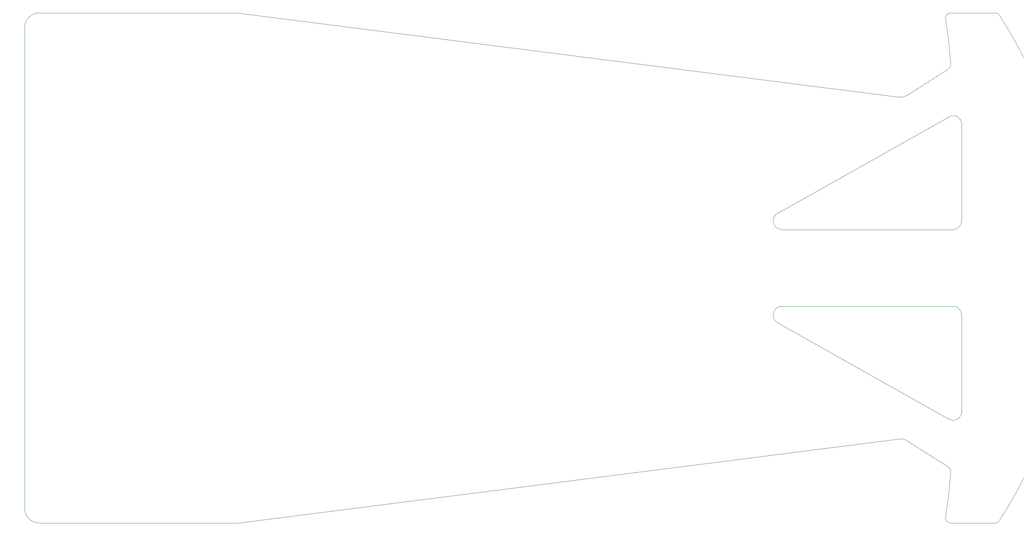
<source format=gbr>
%TF.GenerationSoftware,KiCad,Pcbnew,(6.0.2)*%
%TF.CreationDate,2022-08-16T13:23:33+02:00*%
%TF.ProjectId,BeamRider_MainBoard_v1,4265616d-5269-4646-9572-5f4d61696e42,rev?*%
%TF.SameCoordinates,Original*%
%TF.FileFunction,Profile,NP*%
%FSLAX46Y46*%
G04 Gerber Fmt 4.6, Leading zero omitted, Abs format (unit mm)*
G04 Created by KiCad (PCBNEW (6.0.2)) date 2022-08-16 13:23:33*
%MOMM*%
%LPD*%
G01*
G04 APERTURE LIST*
%TA.AperFunction,Profile*%
%ADD10C,0.100000*%
%TD*%
G04 APERTURE END LIST*
D10*
X241500000Y-71500000D02*
X241500000Y-48600781D01*
X71500000Y-22500000D02*
X227016969Y-42313336D01*
X239500000Y-73500000D02*
X199403944Y-73500000D01*
X239000000Y-34500000D02*
G75*
G03*
X237750000Y-23750000I-142811304J-11158291D01*
G01*
X25000000Y-22500000D02*
X71500000Y-22500000D01*
X199403944Y-91500000D02*
X239500000Y-91500000D01*
X239000000Y-130500000D02*
G75*
G03*
X238332050Y-129251925I-1499997J1D01*
G01*
X241500000Y-93500000D02*
G75*
G03*
X239500000Y-91500000I-1999999J1D01*
G01*
X237750000Y-141250000D02*
G75*
G03*
X239000000Y-130500000I-141561304J21908291D01*
G01*
X238500000Y-118000000D02*
G75*
G03*
X241500000Y-116399219I1072915J1600784D01*
G01*
X238500000Y-47000000D02*
X198500000Y-69500000D01*
X250368695Y-141947214D02*
G75*
G03*
X250394427Y-23052786I-91687807J59467060D01*
G01*
X198500000Y-69499999D02*
G75*
G03*
X199403944Y-73500000I903945J-1897861D01*
G01*
X198500000Y-95500000D02*
X238500000Y-118000000D01*
X239000000Y-22500000D02*
X249500000Y-22500000D01*
X239500000Y-73500000D02*
G75*
G03*
X241500000Y-71500000I1J1999999D01*
G01*
X249474269Y-142500001D02*
G75*
G03*
X250368696Y-141947214I0J1000000D01*
G01*
X21500000Y-139000000D02*
G75*
G03*
X25000000Y-142500000I3499999J-1D01*
G01*
X239000000Y-22500000D02*
G75*
G03*
X237750000Y-23750000I2J-1250002D01*
G01*
X249474269Y-142500000D02*
X239000000Y-142500000D01*
X238332050Y-129251925D02*
X228500000Y-123000000D01*
X228500000Y-123000000D02*
G75*
G03*
X227016969Y-122686664I-1249994J-2249981D01*
G01*
X227016969Y-42313336D02*
G75*
G03*
X228500000Y-42000000I233037J2563317D01*
G01*
X241500000Y-48600781D02*
G75*
G03*
X238500000Y-47000000I-1927084J-1D01*
G01*
X228500000Y-42000000D02*
X238332050Y-35748075D01*
X241500000Y-116399219D02*
X241500000Y-93500000D01*
X71500000Y-142500000D02*
X227016969Y-122686664D01*
X199403944Y-91499999D02*
G75*
G03*
X198500000Y-95500000I0J-2102140D01*
G01*
X250394426Y-23052786D02*
G75*
G03*
X249500000Y-22500000I-894426J-447213D01*
G01*
X237750000Y-141250000D02*
G75*
G03*
X239000000Y-142500000I1250002J2D01*
G01*
X238332050Y-35748075D02*
G75*
G03*
X239000000Y-34500000I-832047J1248074D01*
G01*
X25000000Y-142500000D02*
X71500000Y-142500000D01*
X25000000Y-22500000D02*
G75*
G03*
X21500000Y-26000000I-1J-3499999D01*
G01*
X21500000Y-26000000D02*
X21500000Y-139000000D01*
M02*

</source>
